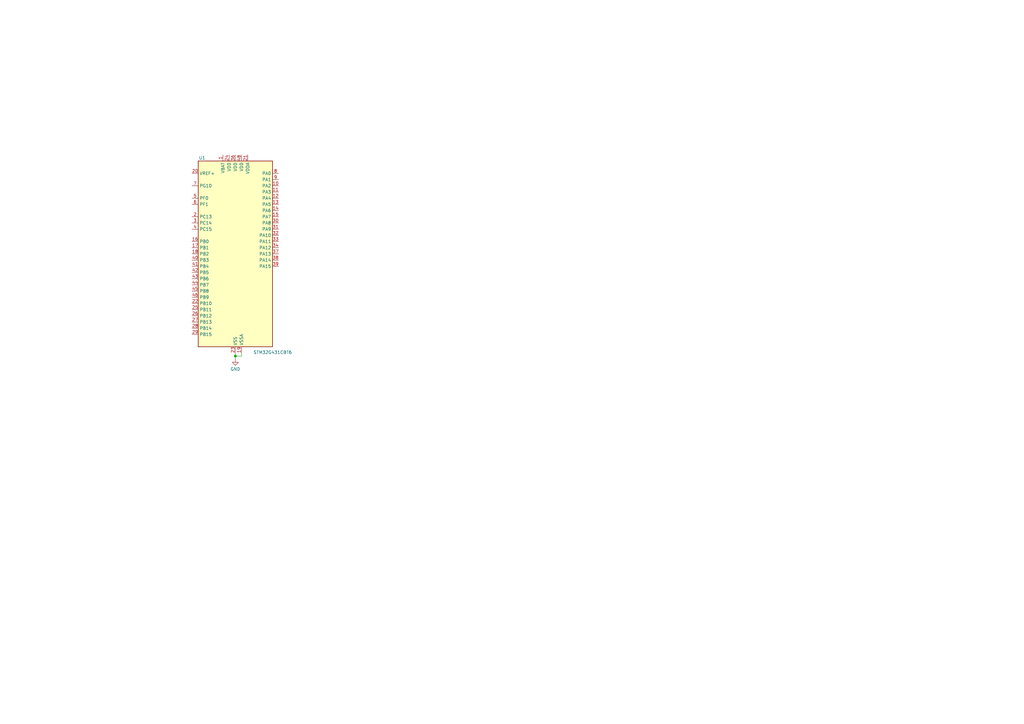
<source format=kicad_sch>
(kicad_sch (version 20231120) (generator "eeschema") (generator_version "8.0")
  (paper "A3")
  (title_block (title "BLDC driver") (date "2025-07-04") (company "Faculty of Technical Sciences"))
  (lib_symbols
    (symbol "MCU_ST_STM32G4:STM32G431CBTx"
      (property "Reference" "U" (at -15.24 39.37 0))
      (property "Value" "STM32G431CBTx" (at 7.62 39.37 0))
      (symbol "STM32G431CBTx_0_1"
        (rectangle (start -15.24 -38.1) (end 15.24 38.1) (stroke (width 0.254)) (fill (type background)))
      )
      (symbol "STM32G431CBTx_1_1"
        (pin power_in line (at -5.08 40.64 270) (length 2.54) (name "VBAT") (number "1"))
        (pin bidirectional line (at 17.78 27.94 180) (length 2.54) (name "PA2") (number "10"))
        (pin bidirectional line (at 17.78 25.4 180) (length 2.54) (name "PA3") (number "11"))
        (pin bidirectional line (at 17.78 22.86 180) (length 2.54) (name "PA4") (number "12"))
        (pin bidirectional line (at 17.78 20.32 180) (length 2.54) (name "PA5") (number "13"))
        (pin bidirectional line (at 17.78 17.78 180) (length 2.54) (name "PA6") (number "14"))
        (pin bidirectional line (at 17.78 15.24 180) (length 2.54) (name "PA7") (number "15"))
        (pin bidirectional line (at -17.78 5.08 0) (length 2.54) (name "PB0") (number "16"))
        (pin bidirectional line (at -17.78 2.54 0) (length 2.54) (name "PB1") (number "17"))
        (pin bidirectional line (at -17.78 0 0) (length 2.54) (name "PB2") (number "18"))
        (pin power_in line (at 2.54 -40.64 90) (length 2.54) (name "VSSA") (number "19"))
        (pin bidirectional line (at -17.78 15.24 0) (length 2.54) (name "PC13") (number "2"))
        (pin input line (at -17.78 33.02 0) (length 2.54) (name "VREF+") (number "20"))
        (pin power_in line (at 5.08 40.64 270) (length 2.54) (name "VDDA") (number "21"))
        (pin bidirectional line (at -17.78 -20.32 0) (length 2.54) (name "PB10") (number "22"))
        (pin power_in line (at 0 -40.64 90) (length 2.54) (name "VSS") (number "23"))
        (pin power_in line (at -2.54 40.64 270) (length 2.54) (name "VDD") (number "24"))
        (pin bidirectional line (at -17.78 -22.86 0) (length 2.54) (name "PB11") (number "25"))
        (pin bidirectional line (at -17.78 -25.4 0) (length 2.54) (name "PB12") (number "26"))
        (pin bidirectional line (at -17.78 -27.94 0) (length 2.54) (name "PB13") (number "27"))
        (pin bidirectional line (at -17.78 -30.48 0) (length 2.54) (name "PB14") (number "28"))
        (pin bidirectional line (at -17.78 -33.02 0) (length 2.54) (name "PB15") (number "29"))
        (pin bidirectional line (at -17.78 12.7 0) (length 2.54) (name "PC14") (number "3"))
        (pin bidirectional line (at 17.78 12.7 180) (length 2.54) (name "PA8") (number "30"))
        (pin bidirectional line (at 17.78 10.16 180) (length 2.54) (name "PA9") (number "31"))
        (pin bidirectional line (at 17.78 7.62 180) (length 2.54) (name "PA10") (number "32"))
        (pin bidirectional line (at 17.78 5.08 180) (length 2.54) (name "PA11") (number "33"))
        (pin bidirectional line (at 17.78 2.54 180) (length 2.54) (name "PA12") (number "34"))
        (pin passive line (at 0 -40.64 90) (length 2.54) hide (name "VSS") (number "35"))
        (pin power_in line (at 0 40.64 270) (length 2.54) (name "VDD") (number "36"))
        (pin bidirectional line (at 17.78 0 180) (length 2.54) (name "PA13") (number "37"))
        (pin bidirectional line (at 17.78 -2.54 180) (length 2.54) (name "PA14") (number "38"))
        (pin bidirectional line (at 17.78 -5.08 180) (length 2.54) (name "PA15") (number "39"))
        (pin bidirectional line (at -17.78 10.16 0) (length 2.54) (name "PC15") (number "4"))
        (pin bidirectional line (at -17.78 -2.54 0) (length 2.54) (name "PB3") (number "40"))
        (pin bidirectional line (at -17.78 -5.08 0) (length 2.54) (name "PB4") (number "41"))
        (pin bidirectional line (at -17.78 -7.62 0) (length 2.54) (name "PB5") (number "42"))
        (pin bidirectional line (at -17.78 -10.16 0) (length 2.54) (name "PB6") (number "43"))
        (pin bidirectional line (at -17.78 -12.7 0) (length 2.54) (name "PB7") (number "44"))
        (pin bidirectional line (at -17.78 -15.24 0) (length 2.54) (name "PB8") (number "45"))
        (pin bidirectional line (at -17.78 -17.78 0) (length 2.54) (name "PB9") (number "46"))
        (pin passive line (at 0 -40.64 90) (length 2.54) hide (name "VSS") (number "47"))
        (pin power_in line (at 2.54 40.64 270) (length 2.54) (name "VDD") (number "48"))
        (pin bidirectional line (at -17.78 22.86 0) (length 2.54) (name "PF0") (number "5"))
        (pin bidirectional line (at -17.78 20.32 0) (length 2.54) (name "PF1") (number "6"))
        (pin bidirectional line (at -17.78 27.94 0) (length 2.54) (name "PG10") (number "7"))
        (pin bidirectional line (at 17.78 33.02 180) (length 2.54) (name "PA0") (number "8"))
        (pin bidirectional line (at 17.78 30.48 180) (length 2.54) (name "PA1") (number "9"))
      )
    )
    (symbol "power:GND" (power) (pin_numbers hide) (pin_names (offset 0) hide)
      (property "Value" "GND" (at 0 -3.81 0))
      (symbol "GND_0_1"
        (polyline (pts (xy 0 0) (xy 0 -1.27) (xy 1.27 -1.27) (xy 0 -2.54) (xy -1.27 -1.27) (xy 0 -1.27)))
      )
      (symbol "GND_1_1"
        (pin power_in line (at 0 0 270) (length 0) (name "~") (number "1"))
      )
    )
  )
  (junction (at 96.52 146.05))
  (wire (pts (xy 96.52 144.78) (xy 96.52 146.05)))
  (wire (pts (xy 99.06 144.78) (xy 99.06 146.05)))
  (wire (pts (xy 96.52 146.05) (xy 96.52 147.32)))
  (wire (pts (xy 99.06 146.05) (xy 96.52 146.05)))
  (symbol (lib_id "power:GND") (at 96.52 147.32 0) (unit 1)
    (property "Reference" "#PWR1" (effects (hide yes)))
    (property "Value" "GND" (at 96.52 151.384 0))
    (property "Description" "Power symbol creates a global label with name \"GND\" , ground" (effects (hide yes)))
  )
  (symbol (lib_id "MCU_ST_STM32G4:STM32G431CBTx") (at 96.52 104.14 0) (unit 1)
    (property "Reference" "U1" (at 81.534 64.77 0) (effects (justify left)))
    (property "Value" "STM32G431CBT6" (at 103.886 144.526 0) (effects (justify left)))
    (property "Footprint" "Package_QFP:LQFP-48_7x7mm_P0.5mm" (effects (hide yes)))
    (property "Datasheet" "https://www.st.com/resource/en/datasheet/stm32g431cb.pdf" (effects (hide yes)))
    (property "Description" "STMicroelectronics Arm Cortex-M4 MCU, 128KB flash, 32KB RAM, 170 MHz, 1.71-3.6V, 38 GPIO, LQFP48" (effects (hide yes)))
  )
)
</source>
